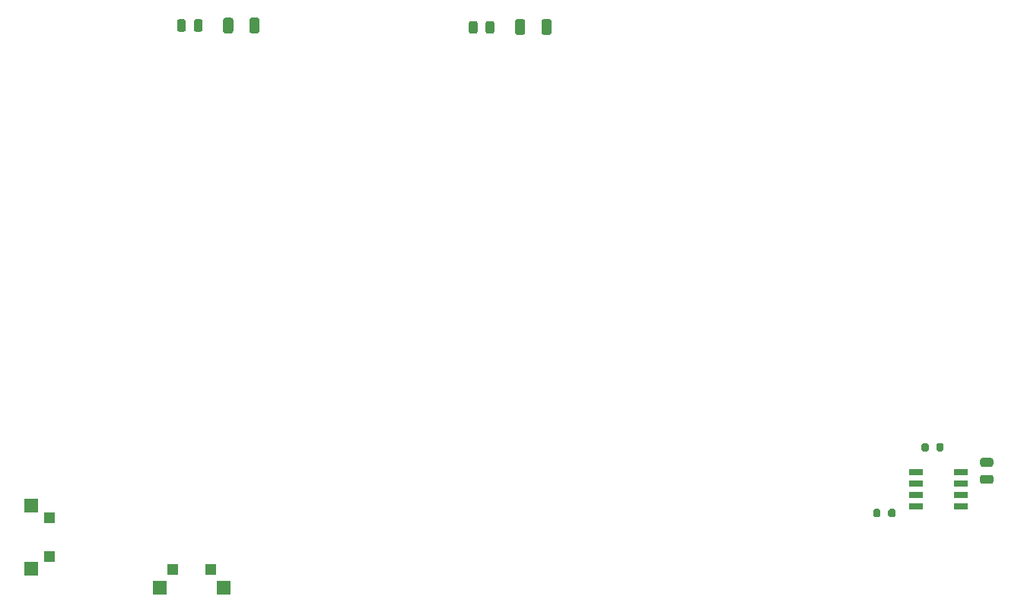
<source format=gbr>
%TF.GenerationSoftware,KiCad,Pcbnew,(5.1.10)-1*%
%TF.CreationDate,2021-08-15T00:34:02+03:00*%
%TF.ProjectId,Dimmer,44696d6d-6572-42e6-9b69-6361645f7063,rev?*%
%TF.SameCoordinates,Original*%
%TF.FileFunction,Paste,Top*%
%TF.FilePolarity,Positive*%
%FSLAX46Y46*%
G04 Gerber Fmt 4.6, Leading zero omitted, Abs format (unit mm)*
G04 Created by KiCad (PCBNEW (5.1.10)-1) date 2021-08-15 00:34:02*
%MOMM*%
%LPD*%
G01*
G04 APERTURE LIST*
%ADD10R,1.500000X1.500000*%
%ADD11R,1.300000X1.300000*%
%ADD12R,1.505000X0.802000*%
G04 APERTURE END LIST*
D10*
%TO.C,RST2*%
X82550000Y-133175000D03*
D11*
X84620000Y-131775000D03*
X84620000Y-127475000D03*
D10*
X82550000Y-126085600D03*
%TD*%
%TO.C,Mode1*%
X103965000Y-135255000D03*
D11*
X102565000Y-133185000D03*
X98265000Y-133185000D03*
D10*
X96875600Y-135255000D03*
%TD*%
D12*
%TO.C,U1*%
X186037900Y-122346840D03*
X186037900Y-123616840D03*
X186037900Y-124886840D03*
X186037900Y-126156840D03*
X181042900Y-126156840D03*
X181042900Y-124886840D03*
X181042900Y-123616840D03*
X181042900Y-122346840D03*
%TD*%
%TO.C,C8*%
G36*
G01*
X188422900Y-122686840D02*
X189372900Y-122686840D01*
G75*
G02*
X189622900Y-122936840I0J-250000D01*
G01*
X189622900Y-123436840D01*
G75*
G02*
X189372900Y-123686840I-250000J0D01*
G01*
X188422900Y-123686840D01*
G75*
G02*
X188172900Y-123436840I0J250000D01*
G01*
X188172900Y-122936840D01*
G75*
G02*
X188422900Y-122686840I250000J0D01*
G01*
G37*
G36*
G01*
X188422900Y-120786840D02*
X189372900Y-120786840D01*
G75*
G02*
X189622900Y-121036840I0J-250000D01*
G01*
X189622900Y-121536840D01*
G75*
G02*
X189372900Y-121786840I-250000J0D01*
G01*
X188422900Y-121786840D01*
G75*
G02*
X188172900Y-121536840I0J250000D01*
G01*
X188172900Y-121036840D01*
G75*
G02*
X188422900Y-120786840I250000J0D01*
G01*
G37*
%TD*%
%TO.C,D5*%
G36*
G01*
X100662500Y-73106250D02*
X100662500Y-72193750D01*
G75*
G02*
X100906250Y-71950000I243750J0D01*
G01*
X101393750Y-71950000D01*
G75*
G02*
X101637500Y-72193750I0J-243750D01*
G01*
X101637500Y-73106250D01*
G75*
G02*
X101393750Y-73350000I-243750J0D01*
G01*
X100906250Y-73350000D01*
G75*
G02*
X100662500Y-73106250I0J243750D01*
G01*
G37*
G36*
G01*
X98787500Y-73106250D02*
X98787500Y-72193750D01*
G75*
G02*
X99031250Y-71950000I243750J0D01*
G01*
X99518750Y-71950000D01*
G75*
G02*
X99762500Y-72193750I0J-243750D01*
G01*
X99762500Y-73106250D01*
G75*
G02*
X99518750Y-73350000I-243750J0D01*
G01*
X99031250Y-73350000D01*
G75*
G02*
X98787500Y-73106250I0J243750D01*
G01*
G37*
%TD*%
%TO.C,D6*%
G36*
G01*
X133137500Y-73306250D02*
X133137500Y-72393750D01*
G75*
G02*
X133381250Y-72150000I243750J0D01*
G01*
X133868750Y-72150000D01*
G75*
G02*
X134112500Y-72393750I0J-243750D01*
G01*
X134112500Y-73306250D01*
G75*
G02*
X133868750Y-73550000I-243750J0D01*
G01*
X133381250Y-73550000D01*
G75*
G02*
X133137500Y-73306250I0J243750D01*
G01*
G37*
G36*
G01*
X131262500Y-73306250D02*
X131262500Y-72393750D01*
G75*
G02*
X131506250Y-72150000I243750J0D01*
G01*
X131993750Y-72150000D01*
G75*
G02*
X132237500Y-72393750I0J-243750D01*
G01*
X132237500Y-73306250D01*
G75*
G02*
X131993750Y-73550000I-243750J0D01*
G01*
X131506250Y-73550000D01*
G75*
G02*
X131262500Y-73306250I0J243750D01*
G01*
G37*
%TD*%
%TO.C,R12*%
G36*
G01*
X137537500Y-72174997D02*
X137537500Y-73425003D01*
G75*
G02*
X137287503Y-73675000I-249997J0D01*
G01*
X136662497Y-73675000D01*
G75*
G02*
X136412500Y-73425003I0J249997D01*
G01*
X136412500Y-72174997D01*
G75*
G02*
X136662497Y-71925000I249997J0D01*
G01*
X137287503Y-71925000D01*
G75*
G02*
X137537500Y-72174997I0J-249997D01*
G01*
G37*
G36*
G01*
X140462500Y-72174997D02*
X140462500Y-73425003D01*
G75*
G02*
X140212503Y-73675000I-249997J0D01*
G01*
X139587497Y-73675000D01*
G75*
G02*
X139337500Y-73425003I0J249997D01*
G01*
X139337500Y-72174997D01*
G75*
G02*
X139587497Y-71925000I249997J0D01*
G01*
X140212503Y-71925000D01*
G75*
G02*
X140462500Y-72174997I0J-249997D01*
G01*
G37*
%TD*%
%TO.C,R11*%
G36*
G01*
X107962500Y-72024997D02*
X107962500Y-73275003D01*
G75*
G02*
X107712503Y-73525000I-249997J0D01*
G01*
X107087497Y-73525000D01*
G75*
G02*
X106837500Y-73275003I0J249997D01*
G01*
X106837500Y-72024997D01*
G75*
G02*
X107087497Y-71775000I249997J0D01*
G01*
X107712503Y-71775000D01*
G75*
G02*
X107962500Y-72024997I0J-249997D01*
G01*
G37*
G36*
G01*
X105037500Y-72024997D02*
X105037500Y-73275003D01*
G75*
G02*
X104787503Y-73525000I-249997J0D01*
G01*
X104162497Y-73525000D01*
G75*
G02*
X103912500Y-73275003I0J249997D01*
G01*
X103912500Y-72024997D01*
G75*
G02*
X104162497Y-71775000I249997J0D01*
G01*
X104787503Y-71775000D01*
G75*
G02*
X105037500Y-72024997I0J-249997D01*
G01*
G37*
%TD*%
%TO.C,R9*%
G36*
G01*
X184087900Y-119341840D02*
X184087900Y-119891840D01*
G75*
G02*
X183887900Y-120091840I-200000J0D01*
G01*
X183487900Y-120091840D01*
G75*
G02*
X183287900Y-119891840I0J200000D01*
G01*
X183287900Y-119341840D01*
G75*
G02*
X183487900Y-119141840I200000J0D01*
G01*
X183887900Y-119141840D01*
G75*
G02*
X184087900Y-119341840I0J-200000D01*
G01*
G37*
G36*
G01*
X182437900Y-119341840D02*
X182437900Y-119891840D01*
G75*
G02*
X182237900Y-120091840I-200000J0D01*
G01*
X181837900Y-120091840D01*
G75*
G02*
X181637900Y-119891840I0J200000D01*
G01*
X181637900Y-119341840D01*
G75*
G02*
X181837900Y-119141840I200000J0D01*
G01*
X182237900Y-119141840D01*
G75*
G02*
X182437900Y-119341840I0J-200000D01*
G01*
G37*
%TD*%
%TO.C,R13*%
G36*
G01*
X177082900Y-126664040D02*
X177082900Y-127214040D01*
G75*
G02*
X176882900Y-127414040I-200000J0D01*
G01*
X176482900Y-127414040D01*
G75*
G02*
X176282900Y-127214040I0J200000D01*
G01*
X176282900Y-126664040D01*
G75*
G02*
X176482900Y-126464040I200000J0D01*
G01*
X176882900Y-126464040D01*
G75*
G02*
X177082900Y-126664040I0J-200000D01*
G01*
G37*
G36*
G01*
X178732900Y-126664040D02*
X178732900Y-127214040D01*
G75*
G02*
X178532900Y-127414040I-200000J0D01*
G01*
X178132900Y-127414040D01*
G75*
G02*
X177932900Y-127214040I0J200000D01*
G01*
X177932900Y-126664040D01*
G75*
G02*
X178132900Y-126464040I200000J0D01*
G01*
X178532900Y-126464040D01*
G75*
G02*
X178732900Y-126664040I0J-200000D01*
G01*
G37*
%TD*%
M02*

</source>
